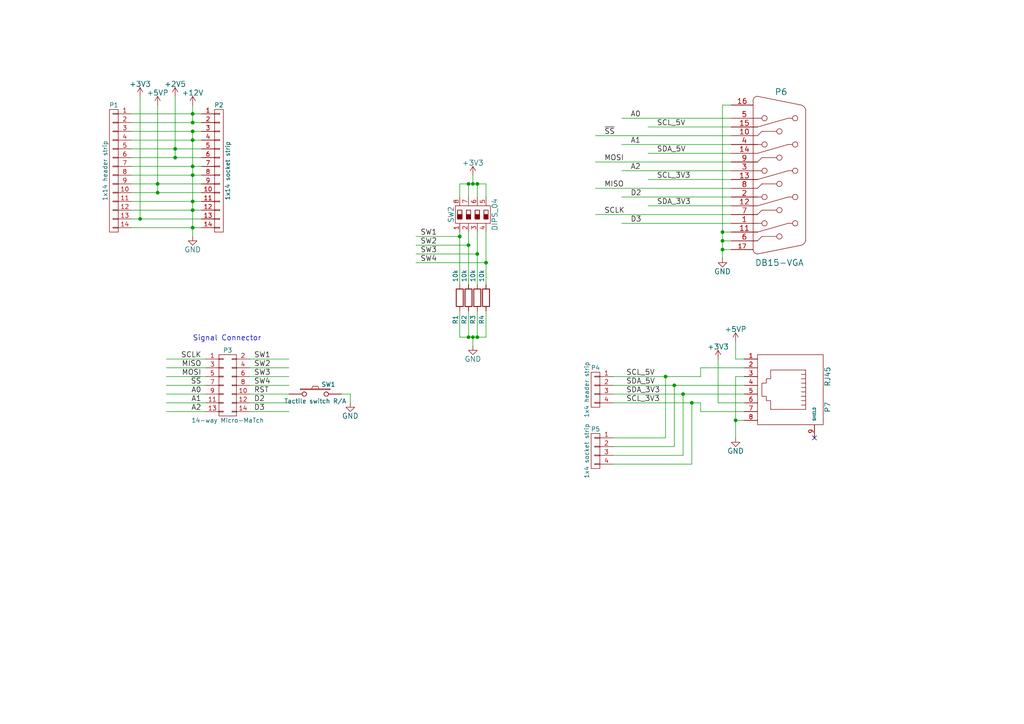
<source format=kicad_sch>
(kicad_sch (version 20230121) (generator eeschema)
  (paper "A4")
  (title_block (title "Flow Unit Shield") (date "18 Jun 2014") (rev "1.2") (company "King's College London"))
  (lib_symbols
    (symbol "MicroFLiC_I2C_extension-rescue:+12V" (power) (pin_names (offset 0))
      (property "Value" "+12V" (at 0 3.556 0))
      (symbol "+12V_0_1"
        (polyline (pts (xy -0.762 1.27) (xy 0 2.54)))
        (polyline (pts (xy 0 0) (xy 0 2.54)))
        (polyline (pts (xy 0 2.54) (xy 0.762 1.27)))
      )
      (symbol "+12V_1_1"
        (pin power_in line (at 0 0 90) (length 0) hide (name "+12V") (number "1"))
      )
    )
    (symbol "MicroFLiC_I2C_extension-rescue:+2V5" (power) (pin_names (offset 0))
      (property "Value" "+2V5" (at 0 3.556 0))
      (symbol "+2V5_0_1"
        (polyline (pts (xy -0.762 1.27) (xy 0 2.54)))
        (polyline (pts (xy 0 0) (xy 0 2.54)))
        (polyline (pts (xy 0 2.54) (xy 0.762 1.27)))
      )
      (symbol "+2V5_1_1"
        (pin power_in line (at 0 0 90) (length 0) hide (name "+2V5") (number "1"))
      )
    )
    (symbol "MicroFLiC_I2C_extension-rescue:+3V3" (power) (pin_names (offset 0))
      (property "Value" "+3V3" (at 0 3.556 0))
      (symbol "+3V3_0_1"
        (polyline (pts (xy -0.762 1.27) (xy 0 2.54)))
        (polyline (pts (xy 0 0) (xy 0 2.54)))
        (polyline (pts (xy 0 2.54) (xy 0.762 1.27)))
      )
      (symbol "+3V3_1_1"
        (pin power_in line (at 0 0 90) (length 0) hide (name "+3V3") (number "1"))
      )
    )
    (symbol "MicroFLiC_I2C_extension-rescue:+5VP" (power) (pin_names (offset 0))
      (property "Value" "+5VP" (at 0 3.556 0))
      (symbol "+5VP_0_1"
        (polyline (pts (xy -0.762 1.27) (xy 0 2.54)))
        (polyline (pts (xy 0 0) (xy 0 2.54)))
        (polyline (pts (xy 0 2.54) (xy 0.762 1.27)))
      )
      (symbol "+5VP_1_1"
        (pin power_in line (at 0 0 90) (length 0) hide (name "+5VP") (number "1"))
      )
    )
    (symbol "MicroFLiC_I2C_extension-rescue:CONN_01X04" (pin_names (offset 1.016) hide)
      (property "Reference" "P" (at 0 6.35 0))
      (property "Value" "CONN_01X04" (at 2.54 0 90))
      (symbol "CONN_01X04_0_1"
        (rectangle (start -1.27 -3.683) (end 0.254 -3.937))
        (rectangle (start -1.27 -1.143) (end 0.254 -1.397))
        (rectangle (start -1.27 1.397) (end 0.254 1.143))
        (rectangle (start -1.27 3.937) (end 0.254 3.683))
        (rectangle (start -1.27 5.08) (end 1.27 -5.08))
      )
      (symbol "CONN_01X04_1_1"
        (pin passive line (at -5.08 3.81 0) (length 3.81) (name "P1") (number "1"))
        (pin passive line (at -5.08 1.27 0) (length 3.81) (name "P2") (number "2"))
        (pin passive line (at -5.08 -1.27 0) (length 3.81) (name "P3") (number "3"))
        (pin passive line (at -5.08 -3.81 0) (length 3.81) (name "P4") (number "4"))
      )
    )
    (symbol "MicroFLiC_I2C_extension-rescue:CONN_01X14" (pin_names (offset 1.016) hide)
      (property "Reference" "P" (at 0 19.05 0))
      (property "Value" "CONN_01X14" (at 2.54 0 90))
      (symbol "CONN_01X14_0_1"
        (rectangle (start -1.27 -16.383) (end 0.254 -16.637))
        (rectangle (start -1.27 -13.843) (end 0.254 -14.097))
        (rectangle (start -1.27 -11.303) (end 0.254 -11.557))
        (rectangle (start -1.27 -8.763) (end 0.254 -9.017))
        (rectangle (start -1.27 -6.223) (end 0.254 -6.477))
        (rectangle (start -1.27 -3.683) (end 0.254 -3.937))
        (rectangle (start -1.27 -1.143) (end 0.254 -1.397))
        (rectangle (start -1.27 1.397) (end 0.254 1.143))
        (rectangle (start -1.27 3.937) (end 0.254 3.683))
        (rectangle (start -1.27 6.477) (end 0.254 6.223))
        (rectangle (start -1.27 9.017) (end 0.254 8.763))
        (rectangle (start -1.27 11.557) (end 0.254 11.303))
        (rectangle (start -1.27 14.097) (end 0.254 13.843))
        (rectangle (start -1.27 16.637) (end 0.254 16.383))
        (rectangle (start -1.27 17.78) (end 1.27 -17.78))
      )
      (symbol "CONN_01X14_1_1"
        (pin passive line (at -5.08 16.51 0) (length 3.81) (name "P1") (number "1"))
        (pin passive line (at -5.08 -6.35 0) (length 3.81) (name "P10") (number "10"))
        (pin passive line (at -5.08 -8.89 0) (length 3.81) (name "P11") (number "11"))
        (pin passive line (at -5.08 -11.43 0) (length 3.81) (name "P12") (number "12"))
        (pin passive line (at -5.08 -13.97 0) (length 3.81) (name "P13") (number "13"))
        (pin passive line (at -5.08 -16.51 0) (length 3.81) (name "P14") (number "14"))
        (pin passive line (at -5.08 13.97 0) (length 3.81) (name "P2") (number "2"))
        (pin passive line (at -5.08 11.43 0) (length 3.81) (name "P3") (number "3"))
        (pin passive line (at -5.08 8.89 0) (length 3.81) (name "P4") (number "4"))
        (pin passive line (at -5.08 6.35 0) (length 3.81) (name "P5") (number "5"))
        (pin passive line (at -5.08 3.81 0) (length 3.81) (name "P6") (number "6"))
        (pin passive line (at -5.08 1.27 0) (length 3.81) (name "P7") (number "7"))
        (pin passive line (at -5.08 -1.27 0) (length 3.81) (name "P8") (number "8"))
        (pin passive line (at -5.08 -3.81 0) (length 3.81) (name "P9") (number "9"))
      )
    )
    (symbol "MicroFLiC_I2C_extension-rescue:CONN_02X07" (pin_names (offset 0.0254) hide)
      (property "Reference" "P" (at 0 10.16 0))
      (property "Value" "CONN_02X07" (at 0 0 90))
      (symbol "CONN_02X07_0_1"
        (rectangle (start -2.54 -7.493) (end -1.27 -7.747))
        (rectangle (start -2.54 -4.953) (end -1.27 -5.207))
        (rectangle (start -2.54 -2.413) (end -1.27 -2.667))
        (rectangle (start -2.54 0.127) (end -1.27 -0.127))
        (rectangle (start -2.54 2.667) (end -1.27 2.413))
        (rectangle (start -2.54 5.207) (end -1.27 4.953))
        (rectangle (start -2.54 7.747) (end -1.27 7.493))
        (rectangle (start -2.54 8.89) (end 2.54 -8.89))
        (rectangle (start 1.27 -7.493) (end 2.54 -7.747))
        (rectangle (start 1.27 -4.953) (end 2.54 -5.207))
        (rectangle (start 1.27 -2.413) (end 2.54 -2.667))
        (rectangle (start 1.27 0.127) (end 2.54 -0.127))
        (rectangle (start 1.27 2.667) (end 2.54 2.413))
        (rectangle (start 1.27 5.207) (end 2.54 4.953))
        (rectangle (start 1.27 7.747) (end 2.54 7.493))
      )
      (symbol "CONN_02X07_1_1"
        (pin passive line (at -6.35 7.62 0) (length 3.81) (name "P1") (number "1"))
        (pin passive line (at 6.35 -2.54 180) (length 3.81) (name "P10") (number "10"))
        (pin passive line (at -6.35 -5.08 0) (length 3.81) (name "P11") (number "11"))
        (pin passive line (at 6.35 -5.08 180) (length 3.81) (name "P12") (number "12"))
        (pin passive line (at -6.35 -7.62 0) (length 3.81) (name "P13") (number "13"))
        (pin passive line (at 6.35 -7.62 180) (length 3.81) (name "P14") (number "14"))
        (pin passive line (at 6.35 7.62 180) (length 3.81) (name "P2") (number "2"))
        (pin passive line (at -6.35 5.08 0) (length 3.81) (name "P3") (number "3"))
        (pin passive line (at 6.35 5.08 180) (length 3.81) (name "P4") (number "4"))
        (pin passive line (at -6.35 2.54 0) (length 3.81) (name "P5") (number "5"))
        (pin passive line (at 6.35 2.54 180) (length 3.81) (name "P6") (number "6"))
        (pin passive line (at -6.35 0 0) (length 3.81) (name "P7") (number "7"))
        (pin passive line (at 6.35 0 180) (length 3.81) (name "P8") (number "8"))
        (pin passive line (at -6.35 -2.54 0) (length 3.81) (name "P9") (number "9"))
      )
    )
    (symbol "MicroFLiC_I2C_extension-rescue:DB15-VGA" (pin_names (offset 1.016) hide)
      (property "Reference" "J" (at 0.508 22.86 0))
      (property "Value" "DB15-VGA" (at 0 -26.67 0))
      (symbol "DB15-VGA_0_1"
        (arc (start -7.62 -22.86) (mid -7.2466 -23.7488) (end -6.35 -24.13))
        (arc (start -6.35 21.59) (mid -7.2646 21.2271) (end -7.62 20.32))
        (circle (center -4.318 -15.24) (radius 0.762))
        (circle (center -4.318 -7.62) (radius 0.762))
        (circle (center -4.318 0) (radius 0.762))
        (circle (center -4.318 7.62) (radius 0.762))
        (circle (center -4.318 15.24) (radius 0.762))
        (circle (center 0 -19.05) (radius 0.762))
        (circle (center 0 -11.43) (radius 0.762))
        (circle (center 0 -3.81) (radius 0.762))
        (polyline (pts (xy -7.62 20.32) (xy -7.62 -22.86)))
        (polyline (pts (xy -6.35 -24.13) (xy 6.35 -21.59)))
        (polyline (pts (xy -6.35 -20.32) (xy -6.35 -20.32)))
        (polyline (pts (xy -6.35 -20.32) (xy -5.08 -19.05)))
        (polyline (pts (xy -6.35 -15.24) (xy -5.08 -15.24)))
        (polyline (pts (xy -6.35 -12.7) (xy -5.08 -11.43)))
        (polyline (pts (xy -6.35 -10.16) (xy 2.54 -7.62)))
        (polyline (pts (xy -6.35 -7.62) (xy -5.08 -7.62)))
        (polyline (pts (xy -6.35 -5.08) (xy -5.08 -3.81)))
        (polyline (pts (xy -6.35 -2.54) (xy 2.54 0)))
        (polyline (pts (xy -6.35 0) (xy -5.08 0)))
        (polyline (pts (xy -6.35 2.54) (xy -5.08 3.81)))
        (polyline (pts (xy -6.35 5.08) (xy 2.54 7.62)))
        (polyline (pts (xy -6.35 7.62) (xy -5.08 7.62)))
        (polyline (pts (xy -6.35 10.16) (xy -5.08 11.43)))
        (polyline (pts (xy -6.35 12.7) (xy 2.54 15.24)))
        (polyline (pts (xy -6.35 15.24) (xy -5.08 15.24)))
        (polyline (pts (xy -6.35 21.59) (xy 6.35 19.05)))
        (polyline (pts (xy -5.08 -19.05) (xy -0.762 -19.05)))
        (polyline (pts (xy -5.08 -11.43) (xy -0.762 -11.43)))
        (polyline (pts (xy -5.08 -3.81) (xy -0.762 -3.81)))
        (polyline (pts (xy -5.08 3.81) (xy -0.762 3.81)))
        (polyline (pts (xy -5.08 11.43) (xy -0.762 11.43)))
        (polyline (pts (xy 2.54 -15.24) (xy -6.35 -17.78)))
        (polyline (pts (xy 2.54 -15.24) (xy 3.81 -15.24)))
        (polyline (pts (xy 2.54 -7.62) (xy 3.81 -7.62)))
        (polyline (pts (xy 2.54 0) (xy 3.81 0)))
        (polyline (pts (xy 2.54 7.62) (xy 3.81 7.62)))
        (polyline (pts (xy 2.54 15.24) (xy 3.81 15.24)))
        (polyline (pts (xy 7.62 -20.32) (xy 7.62 17.78)))
        (circle (center 0 3.81) (radius 0.762))
        (circle (center 0 11.43) (radius 0.762))
        (circle (center 4.572 -15.24) (radius 0.762))
        (circle (center 4.572 -7.62) (radius 0.762))
        (circle (center 4.572 0) (radius 0.762))
        (circle (center 4.572 7.62) (radius 0.762))
        (circle (center 4.572 15.24) (radius 0.762))
        (arc (start 6.35 -21.59) (mid 7.1349 -21.1049) (end 7.62 -20.32))
        (arc (start 7.62 17.78) (mid 7.1349 18.5649) (end 6.35 19.05))
      )
      (symbol "DB15-VGA_1_1"
        (pin passive line (at -13.97 -15.24 0) (length 7.62) (name "1") (number "1"))
        (pin passive line (at -13.97 10.16 0) (length 7.62) (name "P10") (number "10"))
        (pin passive line (at -13.97 -17.78 0) (length 7.62) (name "P111") (number "11"))
        (pin passive line (at -13.97 -10.16 0) (length 7.62) (name "P12") (number "12"))
        (pin passive line (at -13.97 -2.54 0) (length 7.62) (name "P13") (number "13"))
        (pin passive line (at -13.97 5.08 0) (length 7.62) (name "P14") (number "14"))
        (pin passive line (at -13.97 12.7 0) (length 7.62) (name "P15") (number "15"))
        (pin passive line (at -13.97 19.05 0) (length 6.35) (name "SHIELD") (number "16"))
        (pin passive line (at -13.97 -22.86 0) (length 6.35) (name "SHIELD") (number "17"))
        (pin passive line (at -13.97 -7.62 0) (length 7.62) (name "2") (number "2"))
        (pin passive line (at -13.97 0 0) (length 7.62) (name "3") (number "3"))
        (pin passive line (at -13.97 7.62 0) (length 7.62) (name "4") (number "4"))
        (pin passive line (at -13.97 15.24 0) (length 7.62) (name "5") (number "5"))
        (pin passive line (at -13.97 -20.32 0) (length 7.62) (name "6") (number "6"))
        (pin passive line (at -13.97 -12.7 0) (length 7.62) (name "7") (number "7"))
        (pin passive line (at -13.97 -5.08 0) (length 7.62) (name "8") (number "8"))
        (pin passive line (at -13.97 2.54 0) (length 7.62) (name "P9") (number "9"))
      )
    )
    (symbol "MicroFLiC_I2C_extension-rescue:DIPS_04" (pin_names (offset 0) hide)
      (property "Reference" "SW" (at -6.35 0 90))
      (property "Value" "DIPS_04" (at 6.35 0 90))
      (symbol "DIPS_04_0_1"
        (rectangle (start -5.08 2.54) (end 5.08 -2.54))
        (rectangle (start -3.175 0) (end -4.445 -1.27) (fill (type outline)))
        (rectangle (start -3.175 0) (end -4.445 -1.27) (fill (type outline)))
        (rectangle (start -3.175 1.27) (end -4.445 -1.27))
        (rectangle (start -3.175 1.27) (end -4.445 -1.27))
        (rectangle (start -0.635 0) (end -1.905 -1.27) (fill (type outline)))
        (rectangle (start -0.635 0) (end -1.905 -1.27) (fill (type outline)))
        (rectangle (start -0.635 1.27) (end -1.905 -1.27))
        (rectangle (start -0.635 1.27) (end -1.905 -1.27))
        (rectangle (start 1.905 0) (end 0.635 -1.27) (fill (type outline)))
        (rectangle (start 1.905 0) (end 0.635 -1.27) (fill (type outline)))
        (rectangle (start 1.905 1.27) (end 0.635 -1.27))
        (rectangle (start 1.905 1.27) (end 0.635 -1.27))
        (rectangle (start 4.445 0) (end 3.175 -1.27) (fill (type outline)))
        (rectangle (start 4.445 0) (end 3.175 -1.27) (fill (type outline)))
        (rectangle (start 4.445 1.27) (end 3.175 -1.27))
        (rectangle (start 4.445 1.27) (end 3.175 -1.27))
      )
      (symbol "DIPS_04_1_1"
        (pin passive line (at -3.81 -5.08 90) (length 2.54) (name "~") (number "1"))
        (pin passive line (at -3.81 -5.08 90) (length 2.54) (name "~") (number "1"))
        (pin passive line (at -1.27 -5.08 90) (length 2.54) (name "~") (number "2"))
        (pin passive line (at 1.27 -5.08 90) (length 2.54) (name "~") (number "3"))
        (pin passive line (at 3.81 -5.08 90) (length 2.54) (name "~") (number "4"))
        (pin passive line (at 3.81 5.08 270) (length 2.54) (name "~") (number "5"))
        (pin passive line (at 1.27 5.08 270) (length 2.54) (name "~") (number "6"))
        (pin passive line (at -1.27 5.08 270) (length 2.54) (name "~") (number "7"))
        (pin passive line (at -3.81 5.08 270) (length 2.54) (name "~") (number "8"))
      )
    )
    (symbol "MicroFLiC_I2C_extension-rescue:GND" (power) (pin_names (offset 0))
      (property "Value" "GND" (at 0 -3.81 0))
      (symbol "GND_0_1"
        (polyline (pts (xy 0 0) (xy 0 -1.27) (xy 1.27 -1.27) (xy 0 -2.54) (xy -1.27 -1.27) (xy 0 -1.27)))
      )
      (symbol "GND_1_1"
        (pin power_in line (at 0 0 270) (length 0) hide (name "GND") (number "1"))
      )
    )
    (symbol "MicroFLiC_I2C_extension-rescue:R" (pin_numbers hide) (pin_names (offset 0))
      (property "Reference" "R" (at 2.032 0 90))
      (property "Value" "R" (at 0 0 90))
      (symbol "R_0_1"
        (rectangle (start -1.016 -2.54) (end 1.016 2.54) (stroke (width 0.254)))
      )
      (symbol "R_1_1"
        (pin passive line (at 0 3.81 270) (length 1.27) (name "~") (number "1"))
        (pin passive line (at 0 -3.81 90) (length 1.27) (name "~") (number "2"))
      )
    )
    (symbol "MicroFLiC_I2C_extension-rescue:RJ45" (pin_names (offset 1.016))
      (property "Reference" "J" (at 5.08 12.7 0))
      (property "Value" "RJ45" (at -3.81 12.7 0))
      (symbol "RJ45_0_1"
        (rectangle (start -10.16 -7.62) (end 10.16 11.43))
        (polyline (pts (xy -4.445 5.08) (xy -4.445 6.35) (xy -4.445 6.35)))
        (polyline (pts (xy -3.175 6.35) (xy -3.175 5.08) (xy -3.175 5.08)))
        (polyline (pts (xy -1.905 6.35) (xy -1.905 5.08) (xy -1.905 5.08)))
        (polyline (pts (xy -0.635 6.35) (xy -0.635 5.08) (xy -0.635 5.08)))
        (polyline (pts (xy 0.635 6.35) (xy 0.635 5.08) (xy 0.635 5.08)))
        (polyline (pts (xy 1.905 6.35) (xy 1.905 5.08) (xy 1.905 5.08)))
        (polyline (pts (xy 3.175 5.08) (xy 3.175 6.35) (xy 3.175 6.35)))
        (polyline (pts (xy 4.445 5.08) (xy 4.445 6.35) (xy 4.445 6.35)))
        (polyline (pts (xy -5.715 6.35) (xy 5.715 6.35) (xy 5.715 -3.81) (xy 3.175 -3.81) (xy 3.175 -5.08) (xy 1.905 -5.08) (xy 1.905 -6.35) (xy -1.905 -6.35) (xy -1.905 -5.08) (xy -3.175 -5.08) (xy -3.175 -3.81) (xy -5.715 -3.81) (xy -5.715 6.35) (xy -5.715 6.35)))
      )
      (symbol "RJ45_1_1"
        (pin passive line (at -8.89 -11.43 90) (length 3.81) (name "~") (number "1"))
        (pin passive line (at -6.35 -11.43 90) (length 3.81) (name "~") (number "2"))
        (pin passive line (at -3.81 -11.43 90) (length 3.81) (name "~") (number "3"))
        (pin passive line (at -1.27 -11.43 90) (length 3.81) (name "~") (number "4"))
        (pin passive line (at 1.27 -11.43 90) (length 3.81) (name "~") (number "5"))
        (pin passive line (at 3.81 -11.43 90) (length 3.81) (name "~") (number "6"))
        (pin passive line (at 6.35 -11.43 90) (length 3.81) (name "~") (number "7"))
        (pin passive line (at 8.89 -11.43 90) (length 3.81) (name "~") (number "8"))
        (pin passive line (at 13.97 8.89 180) (length 3.81) (name "SHIELD") (number "9"))
      )
    )
    (symbol "MicroFLiC_I2C_extension-rescue:SW_PUSH" (pin_numbers hide) (pin_names (offset 1.016) hide)
      (property "Reference" "SW" (at 3.81 2.794 0))
      (property "Value" "SW_PUSH" (at 0 -2.032 0))
      (symbol "SW_PUSH_0_1"
        (rectangle (start -4.318 1.27) (end 4.318 1.524))
        (polyline (pts (xy -1.016 1.524) (xy -0.762 2.286) (xy 0.762 2.286) (xy 1.016 1.524)))
        (pin passive inverted (at -7.62 0 0) (length 5.08) (name "1") (number "1"))
        (pin passive inverted (at 7.62 0 180) (length 5.08) (name "2") (number "2"))
      )
    )
  )
  (junction (at 138.43 73.66))
  (junction (at 50.8 43.18))
  (junction (at 50.8 45.72))
  (junction (at 133.35 68.58))
  (junction (at 140.97 76.2))
  (junction (at 135.89 97.79))
  (junction (at 55.88 38.1))
  (junction (at 55.88 35.56))
  (junction (at 198.12 114.3))
  (junction (at 45.72 53.34))
  (junction (at 209.55 69.85))
  (junction (at 45.72 55.88))
  (junction (at 138.43 53.34))
  (junction (at 137.16 53.34))
  (junction (at 195.58 111.76))
  (junction (at 55.88 58.42))
  (junction (at 137.16 97.79))
  (junction (at 135.89 71.12))
  (junction (at 209.55 72.39))
  (junction (at 213.36 121.92))
  (junction (at 55.88 48.26))
  (junction (at 55.88 60.96))
  (junction (at 55.88 33.02))
  (junction (at 40.64 63.5))
  (junction (at 209.55 67.31))
  (junction (at 55.88 40.64))
  (junction (at 55.88 66.04))
  (junction (at 193.04 109.22))
  (junction (at 55.88 50.8))
  (junction (at 135.89 53.34))
  (junction (at 200.66 116.84))
  (junction (at 138.43 97.79))
  (no_connect (at 236.22 127))
  (wire (pts (xy 198.12 114.3) (xy 215.9 114.3)))
  (wire (pts (xy 209.55 69.85) (xy 209.55 72.39)))
  (wire (pts (xy 45.72 30.48) (xy 45.72 53.34)))
  (wire (pts (xy 38.1 50.8) (xy 55.88 50.8)))
  (wire (pts (xy 198.12 132.08) (xy 198.12 114.3)))
  (wire (pts (xy 203.2 106.68) (xy 203.2 109.22)))
  (wire (pts (xy 133.35 67.31) (xy 133.35 68.58)))
  (wire (pts (xy 212.09 34.29) (xy 180.34 34.29)))
  (wire (pts (xy 72.39 116.84) (xy 83.82 116.84)))
  (wire (pts (xy 212.09 46.99) (xy 172.72 46.99)))
  (wire (pts (xy 212.09 41.91) (xy 180.34 41.91)))
  (wire (pts (xy 212.09 57.15) (xy 180.34 57.15)))
  (wire (pts (xy 72.39 111.76) (xy 83.82 111.76)))
  (wire (pts (xy 59.69 109.22) (xy 48.26 109.22)))
  (wire (pts (xy 133.35 68.58) (xy 133.35 82.55)))
  (wire (pts (xy 101.6 116.84) (xy 101.6 114.3)))
  (wire (pts (xy 138.43 97.79) (xy 140.97 97.79)))
  (wire (pts (xy 203.2 116.84) (xy 203.2 119.38)))
  (wire (pts (xy 140.97 67.31) (xy 140.97 76.2)))
  (wire (pts (xy 55.88 33.02) (xy 58.42 33.02)))
  (wire (pts (xy 38.1 58.42) (xy 55.88 58.42)))
  (wire (pts (xy 38.1 40.64) (xy 55.88 40.64)))
  (wire (pts (xy 133.35 57.15) (xy 133.35 53.34)))
  (wire (pts (xy 55.88 48.26) (xy 55.88 50.8)))
  (wire (pts (xy 215.9 104.14) (xy 213.36 104.14)))
  (wire (pts (xy 38.1 35.56) (xy 55.88 35.56)))
  (wire (pts (xy 187.96 44.45) (xy 212.09 44.45)))
  (wire (pts (xy 135.89 90.17) (xy 135.89 97.79)))
  (wire (pts (xy 137.16 97.79) (xy 138.43 97.79)))
  (wire (pts (xy 208.28 116.84) (xy 208.28 104.14)))
  (wire (pts (xy 177.8 127) (xy 193.04 127)))
  (wire (pts (xy 138.43 53.34) (xy 138.43 57.15)))
  (wire (pts (xy 38.1 33.02) (xy 55.88 33.02)))
  (wire (pts (xy 209.55 30.48) (xy 209.55 67.31)))
  (wire (pts (xy 200.66 116.84) (xy 203.2 116.84)))
  (wire (pts (xy 135.89 97.79) (xy 137.16 97.79)))
  (wire (pts (xy 72.39 109.22) (xy 83.82 109.22)))
  (wire (pts (xy 177.8 132.08) (xy 198.12 132.08)))
  (wire (pts (xy 59.69 106.68) (xy 48.26 106.68)))
  (wire (pts (xy 45.72 53.34) (xy 45.72 55.88)))
  (wire (pts (xy 213.36 104.14) (xy 213.36 99.06)))
  (wire (pts (xy 213.36 109.22) (xy 213.36 121.92)))
  (wire (pts (xy 137.16 97.79) (xy 137.16 100.33)))
  (wire (pts (xy 135.89 67.31) (xy 135.89 71.12)))
  (wire (pts (xy 215.9 109.22) (xy 213.36 109.22)))
  (wire (pts (xy 212.09 72.39) (xy 209.55 72.39)))
  (wire (pts (xy 133.35 90.17) (xy 133.35 97.79)))
  (wire (pts (xy 55.88 38.1) (xy 55.88 40.64)))
  (wire (pts (xy 55.88 50.8) (xy 58.42 50.8)))
  (wire (pts (xy 120.65 71.12) (xy 135.89 71.12)))
  (wire (pts (xy 38.1 45.72) (xy 50.8 45.72)))
  (wire (pts (xy 45.72 55.88) (xy 58.42 55.88)))
  (wire (pts (xy 203.2 119.38) (xy 215.9 119.38)))
  (wire (pts (xy 138.43 97.79) (xy 138.43 90.17)))
  (wire (pts (xy 209.55 72.39) (xy 209.55 74.93)))
  (wire (pts (xy 140.97 76.2) (xy 140.97 82.55)))
  (wire (pts (xy 72.39 106.68) (xy 83.82 106.68)))
  (wire (pts (xy 45.72 53.34) (xy 58.42 53.34)))
  (wire (pts (xy 55.88 38.1) (xy 58.42 38.1)))
  (wire (pts (xy 177.8 111.76) (xy 195.58 111.76)))
  (wire (pts (xy 187.96 59.69) (xy 212.09 59.69)))
  (wire (pts (xy 38.1 66.04) (xy 55.88 66.04)))
  (wire (pts (xy 72.39 114.3) (xy 83.82 114.3)))
  (wire (pts (xy 50.8 43.18) (xy 58.42 43.18)))
  (wire (pts (xy 195.58 129.54) (xy 177.8 129.54)))
  (wire (pts (xy 209.55 67.31) (xy 209.55 69.85)))
  (wire (pts (xy 40.64 63.5) (xy 58.42 63.5)))
  (wire (pts (xy 50.8 45.72) (xy 58.42 45.72)))
  (wire (pts (xy 137.16 53.34) (xy 138.43 53.34)))
  (wire (pts (xy 215.9 121.92) (xy 213.36 121.92)))
  (wire (pts (xy 187.96 36.83) (xy 212.09 36.83)))
  (wire (pts (xy 59.69 116.84) (xy 48.26 116.84)))
  (wire (pts (xy 55.88 40.64) (xy 58.42 40.64)))
  (wire (pts (xy 177.8 116.84) (xy 200.66 116.84)))
  (wire (pts (xy 55.88 30.48) (xy 55.88 33.02)))
  (wire (pts (xy 213.36 121.92) (xy 213.36 127)))
  (wire (pts (xy 212.09 54.61) (xy 172.72 54.61)))
  (wire (pts (xy 193.04 109.22) (xy 203.2 109.22)))
  (wire (pts (xy 38.1 60.96) (xy 55.88 60.96)))
  (wire (pts (xy 38.1 48.26) (xy 55.88 48.26)))
  (wire (pts (xy 215.9 106.68) (xy 203.2 106.68)))
  (wire (pts (xy 38.1 38.1) (xy 55.88 38.1)))
  (wire (pts (xy 138.43 53.34) (xy 140.97 53.34)))
  (wire (pts (xy 177.8 114.3) (xy 198.12 114.3)))
  (wire (pts (xy 72.39 119.38) (xy 83.82 119.38)))
  (wire (pts (xy 55.88 58.42) (xy 58.42 58.42)))
  (wire (pts (xy 140.97 97.79) (xy 140.97 90.17)))
  (wire (pts (xy 209.55 30.48) (xy 212.09 30.48)))
  (wire (pts (xy 135.89 71.12) (xy 135.89 82.55)))
  (wire (pts (xy 135.89 53.34) (xy 137.16 53.34)))
  (wire (pts (xy 215.9 116.84) (xy 208.28 116.84)))
  (wire (pts (xy 55.88 50.8) (xy 55.88 58.42)))
  (wire (pts (xy 59.69 119.38) (xy 48.26 119.38)))
  (wire (pts (xy 59.69 104.14) (xy 48.26 104.14)))
  (wire (pts (xy 50.8 43.18) (xy 50.8 45.72)))
  (wire (pts (xy 138.43 73.66) (xy 138.43 82.55)))
  (wire (pts (xy 40.64 63.5) (xy 40.64 27.94)))
  (wire (pts (xy 55.88 33.02) (xy 55.88 35.56)))
  (wire (pts (xy 177.8 109.22) (xy 193.04 109.22)))
  (wire (pts (xy 195.58 111.76) (xy 195.58 129.54)))
  (wire (pts (xy 133.35 53.34) (xy 135.89 53.34)))
  (wire (pts (xy 55.88 35.56) (xy 58.42 35.56)))
  (wire (pts (xy 38.1 43.18) (xy 50.8 43.18)))
  (wire (pts (xy 140.97 76.2) (xy 120.65 76.2)))
  (wire (pts (xy 135.89 53.34) (xy 135.89 57.15)))
  (wire (pts (xy 38.1 63.5) (xy 40.64 63.5)))
  (wire (pts (xy 133.35 97.79) (xy 135.89 97.79)))
  (wire (pts (xy 212.09 64.77) (xy 180.34 64.77)))
  (wire (pts (xy 200.66 116.84) (xy 200.66 134.62)))
  (wire (pts (xy 72.39 104.14) (xy 83.82 104.14)))
  (wire (pts (xy 55.88 66.04) (xy 58.42 66.04)))
  (wire (pts (xy 38.1 55.88) (xy 45.72 55.88)))
  (wire (pts (xy 50.8 27.94) (xy 50.8 43.18)))
  (wire (pts (xy 55.88 60.96) (xy 55.88 66.04)))
  (wire (pts (xy 55.88 60.96) (xy 58.42 60.96)))
  (wire (pts (xy 200.66 134.62) (xy 177.8 134.62)))
  (wire (pts (xy 187.96 52.07) (xy 212.09 52.07)))
  (wire (pts (xy 138.43 67.31) (xy 138.43 73.66)))
  (wire (pts (xy 138.43 73.66) (xy 120.65 73.66)))
  (wire (pts (xy 55.88 66.04) (xy 55.88 68.58)))
  (wire (pts (xy 212.09 67.31) (xy 209.55 67.31)))
  (wire (pts (xy 59.69 111.76) (xy 48.26 111.76)))
  (wire (pts (xy 209.55 69.85) (xy 212.09 69.85)))
  (wire (pts (xy 212.09 62.23) (xy 172.72 62.23)))
  (wire (pts (xy 212.09 39.37) (xy 172.72 39.37)))
  (wire (pts (xy 55.88 58.42) (xy 55.88 60.96)))
  (wire (pts (xy 140.97 53.34) (xy 140.97 57.15)))
  (wire (pts (xy 212.09 49.53) (xy 180.34 49.53)))
  (wire (pts (xy 137.16 53.34) (xy 137.16 50.8)))
  (wire (pts (xy 193.04 127) (xy 193.04 109.22)))
  (wire (pts (xy 59.69 114.3) (xy 48.26 114.3)))
  (wire (pts (xy 101.6 114.3) (xy 99.06 114.3)))
  (wire (pts (xy 38.1 53.34) (xy 45.72 53.34)))
  (wire (pts (xy 55.88 48.26) (xy 58.42 48.26)))
  (wire (pts (xy 195.58 111.76) (xy 215.9 111.76)))
  (wire (pts (xy 133.35 68.58) (xy 120.65 68.58)))
  (wire (pts (xy 55.88 40.64) (xy 55.88 48.26)))
  (text "Signal Connector" (at 55.88 99.06 0) (effects (font (size 1.524 1.524)) (justify left bottom)))
  (label "A0" (at 58.42 114.3 180) (effects (font (size 1.524 1.524))))
  (label "D2" (at 182.88 57.15 0) (effects (font (size 1.524 1.524))))
  (label "A0" (at 182.88 34.29 0) (effects (font (size 1.524 1.524))))
  (label "SW1" (at 73.66 104.14 0) (effects (font (size 1.524 1.524))))
  (label "SW2" (at 73.66 106.68 0) (effects (font (size 1.524 1.524))))
  (label "SCL_5V" (at 190.5 36.83 0) (effects (font (size 1.524 1.524))))
  (label "SDA_5V" (at 190.5 44.45 0) (effects (font (size 1.524 1.524))))
  (label "SW3" (at 121.92 73.66 0) (effects (font (size 1.524 1.524))))
  (label "SCL_3V3" (at 190.5 52.07 0) (effects (font (size 1.524 1.524))))
  (label "SCL_5V" (at 181.61 109.22 0) (effects (font (size 1.524 1.524))))
  (label "A2" (at 58.42 119.38 180) (effects (font (size 1.524 1.524))))
  (label "A1" (at 182.88 41.91 0) (effects (font (size 1.524 1.524))))
  (label "SCL_3V3" (at 181.61 116.84 0) (effects (font (size 1.524 1.524))))
  (label "D2" (at 73.66 116.84 0) (effects (font (size 1.524 1.524))))
  (label "MISO" (at 175.26 54.61 0) (effects (font (size 1.524 1.524))))
  (label "MOSI" (at 175.26 46.99 0) (effects (font (size 1.524 1.524))))
  (label "SW4" (at 121.92 76.2 0) (effects (font (size 1.524 1.524))))
  (label "SW2" (at 121.92 71.12 0) (effects (font (size 1.524 1.524))))
  (label "A1" (at 58.42 116.84 180) (effects (font (size 1.524 1.524))))
  (label "D3" (at 73.66 119.38 0) (effects (font (size 1.524 1.524))))
  (label "SCLK" (at 58.42 104.14 180) (effects (font (size 1.524 1.524))))
  (label "SCLK" (at 175.26 62.23 0) (effects (font (size 1.524 1.524))))
  (label "RST" (at 73.66 114.3 0) (effects (font (size 1.524 1.524))))
  (label "SW3" (at 73.66 109.22 0) (effects (font (size 1.524 1.524))))
  (label "A2" (at 182.88 49.53 0) (effects (font (size 1.524 1.524))))
  (label "SDA_5V" (at 181.61 111.76 0) (effects (font (size 1.524 1.524))))
  (label "SW1" (at 121.92 68.58 0) (effects (font (size 1.524 1.524))))
  (label "D3" (at 182.88 64.77 0) (effects (font (size 1.524 1.524))))
  (label "~{SS}" (at 58.42 111.76 180) (effects (font (size 1.524 1.524))))
  (label "SDA_3V3" (at 181.61 114.3 0) (effects (font (size 1.524 1.524))))
  (label "MISO" (at 58.42 106.68 180) (effects (font (size 1.524 1.524))))
  (label "SW4" (at 73.66 111.76 0) (effects (font (size 1.524 1.524))))
  (label "~{SS}" (at 175.26 39.37 0) (effects (font (size 1.524 1.524))))
  (label "MOSI" (at 58.42 109.22 180) (effects (font (size 1.524 1.524))))
  (label "SDA_3V3" (at 190.5 59.69 0) (effects (font (size 1.524 1.524))))
  (symbol (lib_id "MicroFLiC_I2C_extension-rescue:CONN_01X04") (at 172.72 113.03 0) (mirror y) (unit 1)
    (property "Reference" "P4" (at 172.72 106.68 0))
    (property "Value" "1x4 header strip" (at 170.18 113.03 90))
    (property "Footprint" "Pin_Headers:Pin_Header_Straight_1x04" (effects hide))
    (property "Part Number" "M20-9990445" (effects hide))
    (property "Manufacturer" "Harwin" (effects hide))
    (property "Package" "SIL-4" (effects hide))
    (property "Supplier" "Farnell" (effects hide))
    (property "Order Code" "1022250" (effects hide))
    (property "Alt. Supplier" "Mouser" (effects hide))
    (property "Alt. Order Code" "855-M20-9990445" (effects hide))
    (property "Note" "1x4 header strip" (effects hide))
  )
  (symbol (lib_id "MicroFLiC_I2C_extension-rescue:CONN_01X14") (at 63.5 49.53 0) (unit 1)
    (property "Reference" "P2" (at 63.5 30.48 0))
    (property "Value" "1x14 socket strip" (at 66.04 49.53 90))
    (property "Footprint" "jakub:ESQ-114-33-G-S" (effects hide))
    (property "Part Number" "ESQ-114-33-G-S" (effects hide))
    (property "Manufacturer" "Samtec" (effects hide))
    (property "Package" "SIL-14" (effects hide))
    (property "Supplier" "Farnell" (effects hide))
    (property "Order Code" "1930609" (effects hide))
    (property "Alt. Supplier" "Samtec" (effects hide))
    (property "Alt. Order Code" "ESQ-114-33-G-S" (effects hide))
    (property "Note" "1x14 ESQ series elevated socket strip" (effects hide))
  )
  (symbol (lib_id "MicroFLiC_I2C_extension-rescue:CONN_01X14") (at 33.02 49.53 0) (mirror y) (unit 1)
    (property "Reference" "P1" (at 33.02 30.48 0))
    (property "Value" "1x14 header strip" (at 30.48 49.53 90))
    (property "Footprint" "Pin_Headers:Pin_Header_Straight_1x14" (effects hide))
    (property "Part Number" "MC34735" (effects hide))
    (property "Manufacturer" "Multicomp" (effects hide))
    (property "Package" "SIL-14" (effects hide))
    (property "Supplier" "Farnell" (effects hide))
    (property "Order Code" "1593421" (effects hide))
    (property "Alt. Supplier" "Mouser" (effects hide))
    (property "Alt. Order Code" "855-M20-9991446" (effects hide))
    (property "Note" "1x14 header strip" (effects hide))
  )
  (symbol (lib_id "MicroFLiC_I2C_extension-rescue:+12V") (at 55.88 30.48 0) (unit 1)
    (property "Reference" "#PWR01" (effects hide))
    (property "Value" "+12V" (at 55.88 26.924 0) (effects (font (size 1.524 1.524))))
  )
  (symbol (lib_id "MicroFLiC_I2C_extension-rescue:+2V5") (at 50.8 27.94 0) (unit 1)
    (property "Reference" "#PWR02" (effects hide))
    (property "Value" "+2V5" (at 50.8 24.384 0) (effects (font (size 1.524 1.524))))
  )
  (symbol (lib_id "MicroFLiC_I2C_extension-rescue:+3V3") (at 40.64 27.94 0) (unit 1)
    (property "Reference" "#PWR03" (effects hide))
    (property "Value" "+3V3" (at 40.64 24.384 0) (effects (font (size 1.524 1.524))))
  )
  (symbol (lib_id "MicroFLiC_I2C_extension-rescue:+5VP") (at 45.72 30.48 0) (unit 1)
    (property "Reference" "#PWR04" (effects hide))
    (property "Value" "+5VP" (at 45.72 26.924 0) (effects (font (size 1.524 1.524))))
  )
  (symbol (lib_id "MicroFLiC_I2C_extension-rescue:GND") (at 55.88 68.58 0) (unit 1)
    (property "Reference" "#PWR05" (effects hide))
    (property "Value" "GND" (at 55.88 72.39 0) (effects (font (size 1.524 1.524))))
  )
  (symbol (lib_id "MicroFLiC_I2C_extension-rescue:DB15-VGA") (at 226.06 49.53 0) (unit 1)
    (property "Reference" "P6" (at 226.568 26.67 0) (effects (font (size 1.778 1.778))))
    (property "Value" "DB15-VGA" (at 226.06 76.2 0) (effects (font (size 1.778 1.778))))
    (property "Footprint" "jakub:dsub15" (effects hide))
    (property "Part Number" "L77HDE15SD1CH4F" (effects hide))
    (property "Manufacturer" "Amphenol" (effects hide))
    (property "Package" "DSUB15" (effects hide))
    (property "Supplier" "Farnell" (effects hide))
    (property "Order Code" "2401182" (effects hide))
    (property "Alt. Supplier" "Mouser" (effects hide))
    (property "Alt. Order Code" "523-L77HDE15SD1CH4F" (effects hide))
    (property "Note" "15-way D-Sub high density connector" (effects hide))
  )
  (symbol (lib_id "MicroFLiC_I2C_extension-rescue:RJ45") (at 227.33 113.03 270) (unit 1)
    (property "Reference" "P7" (at 240.03 118.11 0) (effects (font (size 1.524 1.524))))
    (property "Value" "RJ45" (at 240.03 109.22 0) (effects (font (size 1.524 1.524))))
    (property "Footprint" "jakub:RJ45" (effects hide))
    (property "Part Number" "95501-2881" (effects hide))
    (property "Manufacturer" "Molex" (effects hide))
    (property "Package" "RJ45" (effects hide))
    (property "Supplier" "Farnell" (effects hide))
    (property "Order Code" "1524544" (effects hide))
    (property "Alt. Supplier" "Mouser" (effects hide))
    (property "Alt. Order Code" "538-95501-2881" (effects hide))
    (property "Note" "RJ45 8-way R/A jack" (effects hide))
  )
  (symbol (lib_id "MicroFLiC_I2C_extension-rescue:+5VP") (at 213.36 99.06 0) (unit 1)
    (property "Reference" "#PWR06" (effects hide))
    (property "Value" "+5VP" (at 213.36 95.504 0) (effects (font (size 1.524 1.524))))
  )
  (symbol (lib_id "MicroFLiC_I2C_extension-rescue:+3V3") (at 208.28 104.14 0) (unit 1)
    (property "Reference" "#PWR07" (effects hide))
    (property "Value" "+3V3" (at 208.28 100.584 0) (effects (font (size 1.524 1.524))))
  )
  (symbol (lib_id "MicroFLiC_I2C_extension-rescue:GND") (at 213.36 127 0) (unit 1)
    (property "Reference" "#PWR08" (effects hide))
    (property "Value" "GND" (at 213.36 130.81 0) (effects (font (size 1.524 1.524))))
  )
  (symbol (lib_id "MicroFLiC_I2C_extension-rescue:GND") (at 209.55 74.93 0) (unit 1)
    (property "Reference" "#PWR09" (effects hide))
    (property "Value" "GND" (at 209.55 78.74 0) (effects (font (size 1.524 1.524))))
  )
  (symbol (lib_id "MicroFLiC_I2C_extension-rescue:DIPS_04") (at 137.16 62.23 0) (unit 1)
    (property "Reference" "SW2" (at 130.81 62.23 90) (effects (font (size 1.524 1.524))))
    (property "Value" "DIPS_04" (at 143.51 62.23 90) (effects (font (size 1.524 1.524))))
    (property "Footprint" "jakub:DIP4RA" (effects hide))
    (property "Part Number" "MCDA04" (effects hide))
    (property "Manufacturer" "Multicomp" (effects hide))
    (property "Package" "DIL-8" (effects hide))
    (property "Supplier" "Farnell" (effects hide))
    (property "Order Code" "9471545" (effects hide))
    (property "Alt. Supplier" "Mouser" (effects hide))
    (property "Alt. Order Code" "642-DPL04" (effects hide))
    (property "Note" "4x vertical SPST DIP switch" (effects hide))
  )
  (symbol (lib_id "MicroFLiC_I2C_extension-rescue:R") (at 133.35 86.36 0) (unit 1)
    (property "Reference" "R1" (at 132.08 92.71 90))
    (property "Value" "10k" (at 132.08 80.01 90))
    (property "Footprint" "Resistors_SMD:R_0805" (effects hide))
    (property "Part Number" "MCMR08X1002FTL" (effects hide))
    (property "Manufacturer" "Multicomp" (effects hide))
    (property "Package" "0805" (effects hide))
    (property "Supplier" "Farnell" (effects hide))
    (property "Order Code" "2073607" (effects hide))
    (property "Alt. Supplier" "Mouser" (effects hide))
    (property "Alt. Order Code" "71-CRCW0805-10K-E3" (effects hide))
    (property "Note" "10kΩ/1% 0805 resistor" (effects hide))
  )
  (symbol (lib_id "MicroFLiC_I2C_extension-rescue:R") (at 135.89 86.36 0) (unit 1)
    (property "Reference" "R2" (at 134.62 92.71 90))
    (property "Value" "10k" (at 134.62 80.01 90))
    (property "Footprint" "Resistors_SMD:R_0805" (effects hide))
    (property "Part Number" "MCMR08X1002FTL" (effects hide))
    (property "Manufacturer" "Multicomp" (effects hide))
    (property "Package" "0805" (effects hide))
    (property "Supplier" "Farnell" (effects hide))
    (property "Order Code" "2073607" (effects hide))
    (property "Alt. Supplier" "Mouser" (effects hide))
    (property "Alt. Order Code" "71-CRCW0805-10K-E3" (effects hide))
    (property "Note" "10kΩ/1% 0805 resistor" (effects hide))
  )
  (symbol (lib_id "MicroFLiC_I2C_extension-rescue:R") (at 138.43 86.36 0) (unit 1)
    (property "Reference" "R3" (at 137.16 92.71 90))
    (property "Value" "10k" (at 137.16 80.01 90))
    (property "Footprint" "Resistors_SMD:R_0805" (effects hide))
    (property "Part Number" "MCMR08X1002FTL" (effects hide))
    (property "Manufacturer" "Multicomp" (effects hide))
    (property "Package" "0805" (effects hide))
    (property "Supplier" "Farnell" (effects hide))
    (property "Order Code" "2073607" (effects hide))
    (property "Alt. Supplier" "Mouser" (effects hide))
    (property "Alt. Order Code" "71-CRCW0805-10K-E3" (effects hide))
    (property "Note" "10kΩ/1% 0805 resistor" (effects hide))
  )
  (symbol (lib_id "MicroFLiC_I2C_extension-rescue:R") (at 140.97 86.36 0) (unit 1)
    (property "Reference" "R4" (at 139.7 92.71 90))
    (property "Value" "10k" (at 139.7 80.01 90))
    (property "Footprint" "Resistors_SMD:R_0805" (effects hide))
    (property "Part Number" "MCMR08X1002FTL" (effects hide))
    (property "Manufacturer" "Multicomp" (effects hide))
    (property "Package" "0805" (effects hide))
    (property "Supplier" "Farnell" (effects hide))
    (property "Order Code" "2073607" (effects hide))
    (property "Alt. Supplier" "Mouser" (effects hide))
    (property "Alt. Order Code" "71-CRCW0805-10K-E3" (effects hide))
    (property "Note" "10kΩ/1% 0805 resistor" (effects hide))
  )
  (symbol (lib_id "MicroFLiC_I2C_extension-rescue:GND") (at 137.16 100.33 0) (unit 1)
    (property "Reference" "#PWR010" (effects hide))
    (property "Value" "GND" (at 137.16 104.14 0) (effects (font (size 1.524 1.524))))
  )
  (symbol (lib_id "MicroFLiC_I2C_extension-rescue:+3V3") (at 137.16 50.8 0) (unit 1)
    (property "Reference" "#PWR011" (effects hide))
    (property "Value" "+3V3" (at 137.16 47.244 0) (effects (font (size 1.524 1.524))))
  )
  (symbol (lib_id "MicroFLiC_I2C_extension-rescue:SW_PUSH") (at 91.44 114.3 0) (unit 1)
    (property "Reference" "SW1" (at 95.25 111.506 0))
    (property "Value" "Tactile switch R/A" (at 91.44 116.332 0))
    (property "Footprint" "jakub:tactileSwitchRA" (effects hide))
    (property "Part Number" "MCDTSA6-5N" (effects hide))
    (property "Manufacturer" "Multicomp" (effects hide))
    (property "Package" "R/A pushbutton" (effects hide))
    (property "Supplier" "Farnell" (effects hide))
    (property "Order Code" "9471804" (effects hide))
    (property "Alt. Supplier" "Mouser" (effects hide))
    (property "Alt. Order Code" "506-FSMRA3JH" (effects hide))
    (property "Note" "Right-angle tactile switch" (effects hide))
  )
  (symbol (lib_id "MicroFLiC_I2C_extension-rescue:GND") (at 101.6 116.84 0) (unit 1)
    (property "Reference" "#PWR012" (effects hide))
    (property "Value" "GND" (at 101.6 120.65 0) (effects (font (size 1.524 1.524))))
  )
  (symbol (lib_id "MicroFLiC_I2C_extension-rescue:CONN_02X07") (at 66.04 111.76 0) (unit 1)
    (property "Reference" "P3" (at 66.04 101.6 0))
    (property "Value" "14-way Micro-MaTch" (at 66.04 121.92 0))
    (property "Footprint" "jakub:1-188275-4" (effects hide))
    (property "Part Number" "8-188275-4" (effects hide))
    (property "Manufacturer" "TE Connectivity" (effects hide))
    (property "Package" "Micro-MaTch SMD 14" (effects hide))
    (property "Supplier" "Farnell" (effects hide))
    (property "Order Code" "3784769" (effects hide))
    (property "Alt. Supplier" "Mouser" (effects hide))
    (property "Alt. Order Code" "571-8-188275-4" (effects hide))
    (property "Note" "14-way SMD Micro-MaTch connector" (effects hide))
  )
  (symbol (lib_id "MicroFLiC_I2C_extension-rescue:CONN_01X04") (at 172.72 130.81 0) (mirror y) (unit 1)
    (property "Reference" "P5" (at 172.72 124.46 0))
    (property "Value" "1x4 socket strip" (at 170.18 130.81 90))
    (property "Footprint" "jakub:ESQ-104-33-G-S" (effects hide))
    (property "Part Number" "ESQ-104-33-G-S" (effects hide))
    (property "Manufacturer" "Samtec" (effects hide))
    (property "Package" "SIL-4" (effects hide))
    (property "Supplier" "Farnell" (effects hide))
    (property "Order Code" "1928522" (effects hide))
    (property "Alt. Supplier" "Samtec" (effects hide))
    (property "Alt. Order Code" "ESQ-104-33-G-S" (effects hide))
    (property "Note" "1x4 ESQ series elevated socket strip" (effects hide))
  )
)
</source>
